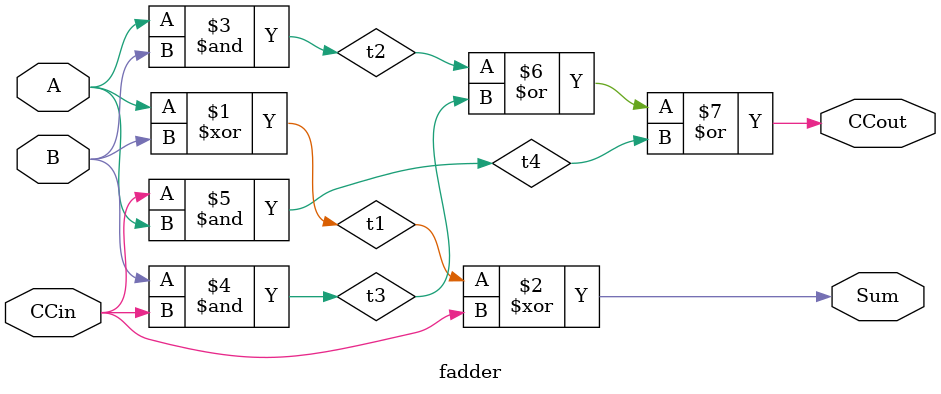
<source format=v>
module add_sub_4 (A, B, Cin, Sum, Cout);
    input [3:0] A, B;
    input Cin;
    output [3:0] Sum;
    output Cout;
    wire t1,t2,t3,t4,t5,t6,t7;


          xor x3(t3,B[0],Cin);
          xor x4(t4,B[1],Cin);
          xor x5(t5,B[2],Cin);
          xor x6(t6,B[3],Cin);
          fadder f5(A[0],t3,Cin,Sum[0],t1);
          fadder f6(A[1],t4,t1,Sum[1],t2);
          fadder f7(A[2],t5,t2,Sum[2],t3);
          fadder f8(A[3],t6,t3,Sum[3],Cout);  
endmodule   



module fadder (A, B, CCin, Sum, CCout);
    input A, B;
    input CCin;
    output Sum;
    output CCout;
    wire t1,t2,t3,t4;
  xor x1(t1,A,B);
  xor x2(Sum,t1,CCin);
  and g1(t2,A,B);
  and g2(t3,B,CCin);
  and g3(t4,CCin,A);
  or  g4(CCout,t2,t3,t4);  
endmodule

</source>
